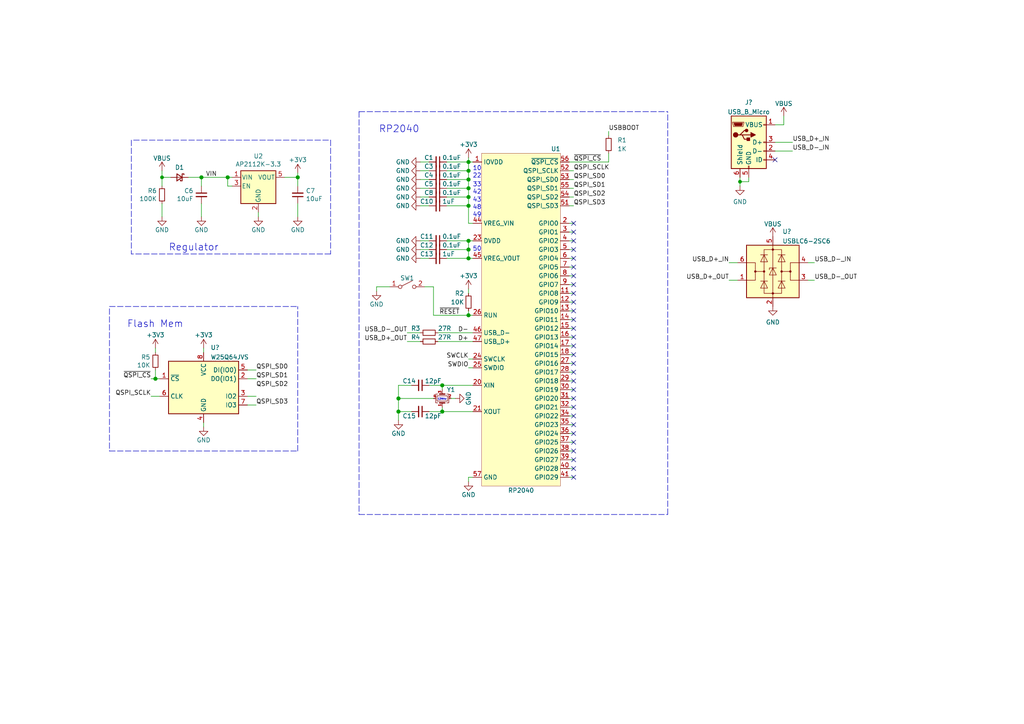
<source format=kicad_sch>
(kicad_sch (version 20211123) (generator eeschema)
  (paper "A4")
  (title_block (title "RP2040 Core Template") (rev "1.0"))
  (lib_symbols
    (symbol "Connector:USB_B_Micro" (pin_names (offset 1.016))
      (property "Reference" "J" (at -5.08 11.43 0))
      (property "Value" "USB_B_Micro" (at -5.08 8.89 0))
      (symbol "USB_B_Micro_0_1"
        (rectangle (start -5.08 -7.62) (end 5.08 7.62) (stroke (width 0.254)) (fill (type background)))
        (circle (center -3.81 2.159) (radius 0.635) (stroke (width 0.254)) (fill (type outline)))
        (circle (center -0.635 3.429) (radius 0.381) (stroke (width 0.254)) (fill (type outline)))
        (rectangle (start -0.127 -7.62) (end 0.127 -6.858))
        (polyline (pts (xy -1.905 2.159) (xy 0.635 2.159)) (stroke (width 0.254)))
        (polyline (pts (xy -3.175 2.159) (xy -2.54 2.159) (xy -1.27 3.429) (xy -0.635 3.429)) (stroke (width 0.254)))
        (polyline (pts (xy -2.54 2.159) (xy -1.905 2.159) (xy -1.27 0.889) (xy 0 0.889)) (stroke (width 0.254)))
        (polyline (pts (xy 0.635 2.794) (xy 0.635 1.524) (xy 1.905 2.159) (xy 0.635 2.794)) (stroke (width 0.254)) (fill (type outline)))
        (polyline (pts (xy -4.318 5.588) (xy -1.778 5.588) (xy -2.032 4.826) (xy -4.064 4.826) (xy -4.318 5.588)) (fill (type outline)))
        (polyline (pts (xy -4.699 5.842) (xy -4.699 5.588) (xy -4.445 4.826) (xy -4.445 4.572) (xy -1.651 4.572) (xy -1.651 4.826) (xy -1.397 5.588) (xy -1.397 5.842) (xy -4.699 5.842)))
        (rectangle (start 0.254 1.27) (end -0.508 0.508) (stroke (width 0.254)) (fill (type outline)))
        (rectangle (start 5.08 -5.207) (end 4.318 -4.953))
        (rectangle (start 5.08 -2.667) (end 4.318 -2.413))
        (rectangle (start 5.08 -0.127) (end 4.318 0.127))
        (rectangle (start 5.08 4.953) (end 4.318 5.207))
      )
      (symbol "USB_B_Micro_1_1"
        (pin power_out line (at 7.62 5.08 180) (length 2.54) (name "VBUS") (number "1"))
        (pin bidirectional line (at 7.62 -2.54 180) (length 2.54) (name "D-") (number "2"))
        (pin bidirectional line (at 7.62 0 180) (length 2.54) (name "D+") (number "3"))
        (pin passive line (at 7.62 -5.08 180) (length 2.54) (name "ID") (number "4"))
        (pin power_out line (at 0 -10.16 90) (length 2.54) (name "GND") (number "5"))
        (pin passive line (at -2.54 -10.16 90) (length 2.54) (name "Shield") (number "6"))
      )
    )
    (symbol "Device:C_Small" (pin_numbers hide) (pin_names (offset 0.254) hide)
      (property "Reference" "C" (at 0.254 1.778 0))
      (property "Value" "C_Small" (at 0.254 -2.032 0))
      (symbol "C_Small_0_1"
        (polyline (pts (xy -1.524 -0.508) (xy 1.524 -0.508)) (stroke (width 0.3302)))
        (polyline (pts (xy -1.524 0.508) (xy 1.524 0.508)) (stroke (width 0.3048)))
      )
      (symbol "C_Small_1_1"
        (pin passive line (at 0 2.54 270) (length 2.032) (name "~") (number "1"))
        (pin passive line (at 0 -2.54 90) (length 2.032) (name "~") (number "2"))
      )
    )
    (symbol "Device:Crystal_GND24_Small" (pin_names (offset 1.016) hide)
      (property "Reference" "Y" (at 1.27 4.445 0))
      (property "Value" "Crystal_GND24_Small" (at 1.27 2.54 0))
      (symbol "Crystal_GND24_Small_0_1"
        (rectangle (start -0.762 -1.524) (end 0.762 1.524))
        (polyline (pts (xy -1.27 -0.762) (xy -1.27 0.762)) (stroke (width 0.381)))
        (polyline (pts (xy 1.27 -0.762) (xy 1.27 0.762)) (stroke (width 0.381)))
        (polyline (pts (xy -1.27 -1.27) (xy -1.27 -1.905) (xy 1.27 -1.905) (xy 1.27 -1.27)))
        (polyline (pts (xy -1.27 1.27) (xy -1.27 1.905) (xy 1.27 1.905) (xy 1.27 1.27)))
      )
      (symbol "Crystal_GND24_Small_1_1"
        (pin passive line (at -2.54 0 0) (length 1.27) (name "1") (number "1"))
        (pin passive line (at 0 -2.54 90) (length 0.635) (name "2") (number "2"))
        (pin passive line (at 2.54 0 180) (length 1.27) (name "3") (number "3"))
        (pin passive line (at 0 2.54 270) (length 0.635) (name "4") (number "4"))
      )
    )
    (symbol "Device:D_Schottky_Small" (pin_numbers hide) (pin_names (offset 0.254) hide)
      (property "Reference" "D" (at -1.27 2.032 0))
      (property "Value" "D_Schottky_Small" (at -7.112 -2.032 0))
      (symbol "D_Schottky_Small_0_1"
        (polyline (pts (xy -0.762 0) (xy 0.762 0)))
        (polyline (pts (xy 0.762 -1.016) (xy -0.762 0) (xy 0.762 1.016) (xy 0.762 -1.016)) (stroke (width 0.254)))
        (polyline (pts (xy -1.27 0.762) (xy -1.27 1.016) (xy -0.762 1.016) (xy -0.762 -1.016) (xy -0.254 -1.016) (xy -0.254 -0.762)) (stroke (width 0.254)))
      )
      (symbol "D_Schottky_Small_1_1"
        (pin passive line (at -2.54 0 0) (length 1.778) (name "K") (number "1"))
        (pin passive line (at 2.54 0 180) (length 1.778) (name "A") (number "2"))
      )
    )
    (symbol "Device:R_Small" (pin_numbers hide) (pin_names (offset 0.254) hide)
      (property "Reference" "R" (at 0.762 0.508 0))
      (property "Value" "R_Small" (at 0.762 -1.016 0))
      (symbol "R_Small_0_1"
        (rectangle (start -0.762 1.778) (end 0.762 -1.778) (stroke (width 0.2032)))
      )
      (symbol "R_Small_1_1"
        (pin passive line (at 0 2.54 270) (length 0.762) (name "~") (number "1"))
        (pin passive line (at 0 -2.54 90) (length 0.762) (name "~") (number "2"))
      )
    )
    (symbol "MCU_RaspberryPi:RP2040"
      (property "Reference" "U" (at 11.43 1.27 0))
      (property "Value" "RP2040" (at 0 -97.79 0))
      (symbol "RP2040_0_0"
        (pin power_in line (at -13.97 -2.54 0) (length 2.54) (name "IOVDD") (number "1"))
        (pin passive line (at -13.97 -2.54 0) (length 2.54) hide (name "IOVDD") (number "10"))
        (pin bidirectional line (at 13.97 -40.64 180) (length 2.54) (name "GPIO8") (number "11"))
        (pin bidirectional line (at 13.97 -20.32 180) (length 2.54) (name "GPIO0") (number "2"))
        (pin bidirectional line (at 13.97 -22.86 180) (length 2.54) (name "GPIO1") (number "3"))
        (pin bidirectional line (at 13.97 -25.4 180) (length 2.54) (name "GPIO2") (number "4"))
        (pin bidirectional line (at 13.97 -27.94 180) (length 2.54) (name "GPIO3") (number "5"))
        (pin bidirectional line (at 13.97 -30.48 180) (length 2.54) (name "GPIO4") (number "6"))
        (pin bidirectional line (at 13.97 -33.02 180) (length 2.54) (name "GPIO5") (number "7"))
        (pin bidirectional line (at 13.97 -35.56 180) (length 2.54) (name "GPIO6") (number "8"))
        (pin bidirectional line (at 13.97 -38.1 180) (length 2.54) (name "GPIO7") (number "9"))
      )
      (symbol "RP2040_0_1"
        (rectangle (start -11.43 0) (end 11.43 -96.52) (stroke (width 0.001)) (fill (type background)))
      )
      (symbol "RP2040_1_1"
        (pin bidirectional line (at 13.97 -43.18 180) (length 2.54) (name "GPIO9") (number "12"))
        (pin bidirectional line (at 13.97 -45.72 180) (length 2.54) (name "GPIO10") (number "13"))
        (pin bidirectional line (at 13.97 -48.26 180) (length 2.54) (name "GPIO11") (number "14"))
        (pin bidirectional line (at 13.97 -50.8 180) (length 2.54) (name "GPIO12") (number "15"))
        (pin bidirectional line (at 13.97 -53.34 180) (length 2.54) (name "GPIO13") (number "16"))
        (pin bidirectional line (at 13.97 -55.88 180) (length 2.54) (name "GPIO14") (number "17"))
        (pin bidirectional line (at 13.97 -58.42 180) (length 2.54) (name "GPIO15") (number "18"))
        (pin passive line (at -13.97 -93.98 0) (length 2.54) hide (name "TESTEN") (number "19"))
        (pin input line (at -13.97 -67.31 0) (length 2.54) (name "XIN") (number "20"))
        (pin output line (at -13.97 -74.93 0) (length 2.54) (name "XOUT") (number "21"))
        (pin passive line (at -13.97 -2.54 0) (length 2.54) hide (name "IOVDD") (number "22"))
        (pin power_in line (at -13.97 -25.4 0) (length 2.54) (name "DVDD") (number "23"))
        (pin input line (at -13.97 -59.69 0) (length 2.54) (name "SWCLK") (number "24"))
        (pin bidirectional line (at -13.97 -62.23 0) (length 2.54) (name "SWDIO") (number "25"))
        (pin input line (at -13.97 -46.99 0) (length 2.54) (name "RUN") (number "26"))
        (pin bidirectional line (at 13.97 -60.96 180) (length 2.54) (name "GPIO16") (number "27"))
        (pin bidirectional line (at 13.97 -63.5 180) (length 2.54) (name "GPIO17") (number "28"))
        (pin bidirectional line (at 13.97 -66.04 180) (length 2.54) (name "GPIO18") (number "29"))
        (pin bidirectional line (at 13.97 -68.58 180) (length 2.54) (name "GPIO19") (number "30"))
        (pin bidirectional line (at 13.97 -71.12 180) (length 2.54) (name "GPIO20") (number "31"))
        (pin bidirectional line (at 13.97 -73.66 180) (length 2.54) (name "GPIO21") (number "32"))
        (pin passive line (at -13.97 -2.54 0) (length 2.54) hide (name "IOVDD") (number "33"))
        (pin bidirectional line (at 13.97 -76.2 180) (length 2.54) (name "GPIO22") (number "34"))
        (pin bidirectional line (at 13.97 -78.74 180) (length 2.54) (name "GPIO23") (number "35"))
        (pin bidirectional line (at 13.97 -81.28 180) (length 2.54) (name "GPIO24") (number "36"))
        (pin bidirectional line (at 13.97 -83.82 180) (length 2.54) (name "GPIO25") (number "37"))
        (pin bidirectional line (at 13.97 -86.36 180) (length 2.54) (name "GPIO26") (number "38"))
        (pin bidirectional line (at 13.97 -88.9 180) (length 2.54) (name "GPIO27") (number "39"))
        (pin bidirectional line (at 13.97 -91.44 180) (length 2.54) (name "GPIO28") (number "40"))
        (pin bidirectional line (at 13.97 -93.98 180) (length 2.54) (name "GPIO29") (number "41"))
        (pin passive line (at -13.97 -2.54 0) (length 2.54) hide (name "IOVDD") (number "42"))
        (pin passive line (at -13.97 -2.54 0) (length 2.54) hide (name "ADC_AVDD") (number "43"))
        (pin power_in line (at -13.97 -20.32 0) (length 2.54) (name "VREG_VIN") (number "44"))
        (pin power_out line (at -13.97 -30.48 0) (length 2.54) (name "VREG_VOUT") (number "45"))
        (pin bidirectional line (at -13.97 -52.07 0) (length 2.54) (name "USB_D-") (number "46"))
        (pin bidirectional line (at -13.97 -54.61 0) (length 2.54) (name "USB_D+") (number "47"))
        (pin passive line (at -13.97 -2.54 0) (length 2.54) hide (name "USB_VDD") (number "48"))
        (pin passive line (at -13.97 -2.54 0) (length 2.54) hide (name "IOVDD") (number "49"))
        (pin passive line (at -13.97 -25.4 0) (length 2.54) hide (name "DVDD") (number "50"))
        (pin bidirectional line (at 13.97 -15.24 180) (length 2.54) (name "QSPI_SD3") (number "51"))
        (pin output line (at 13.97 -5.08 180) (length 2.54) (name "QSPI_SCLK") (number "52"))
        (pin bidirectional line (at 13.97 -7.62 180) (length 2.54) (name "QSPI_SD0") (number "53"))
        (pin bidirectional line (at 13.97 -12.7 180) (length 2.54) (name "QSPI_SD2") (number "54"))
        (pin bidirectional line (at 13.97 -10.16 180) (length 2.54) (name "QSPI_SD1") (number "55"))
        (pin input line (at 13.97 -2.54 180) (length 2.54) (name "~{QSPI_CS}") (number "56"))
        (pin power_in line (at -13.97 -93.98 0) (length 2.54) (name "GND") (number "57"))
      )
    )
    (symbol "Memory_Flash:W25Q128JVS"
      (property "Reference" "U" (at -8.89 8.89 0))
      (property "Value" "W25Q128JVS" (at 7.62 8.89 0))
      (symbol "W25Q128JVS_0_1"
        (rectangle (start -10.16 7.62) (end 10.16 -7.62) (stroke (width 0.254)) (fill (type background)))
      )
      (symbol "W25Q128JVS_1_1"
        (pin input line (at -12.7 2.54 0) (length 2.54) (name "~{CS}") (number "1"))
        (pin bidirectional line (at 12.7 2.54 180) (length 2.54) (name "DO(IO1)") (number "2"))
        (pin bidirectional line (at 12.7 -2.54 180) (length 2.54) (name "IO2") (number "3"))
        (pin power_in line (at 0 -10.16 90) (length 2.54) (name "GND") (number "4"))
        (pin bidirectional line (at 12.7 5.08 180) (length 2.54) (name "DI(IO0)") (number "5"))
        (pin input line (at -12.7 -2.54 0) (length 2.54) (name "CLK") (number "6"))
        (pin bidirectional line (at 12.7 -5.08 180) (length 2.54) (name "IO3") (number "7"))
        (pin power_in line (at 0 10.16 270) (length 2.54) (name "VCC") (number "8"))
      )
    )
    (symbol "Power_Protection:USBLC6-2SC6" (pin_names hide)
      (property "Reference" "U" (at 2.54 8.89 0))
      (property "Value" "USBLC6-2SC6" (at 2.54 -8.89 0))
      (symbol "USBLC6-2SC6_0_1"
        (rectangle (start -7.62 -7.62) (end 7.62 7.62) (stroke (width 0.254)) (fill (type background)))
        (circle (center -5.08 0) (radius 0.254) (fill (type outline)))
        (circle (center -2.54 0) (radius 0.254) (fill (type outline)))
        (rectangle (start -2.54 6.35) (end 2.54 -6.35))
        (circle (center 0 -6.35) (radius 0.254) (fill (type outline)))
        (polyline (pts (xy -5.08 -2.54) (xy -7.62 -2.54)))
        (polyline (pts (xy -5.08 0) (xy -5.08 -2.54)))
        (polyline (pts (xy -5.08 2.54) (xy -7.62 2.54)))
        (polyline (pts (xy -1.524 -2.794) (xy -3.556 -2.794)))
        (polyline (pts (xy -1.524 4.826) (xy -3.556 4.826)))
        (polyline (pts (xy 0 -7.62) (xy 0 -6.35)))
        (polyline (pts (xy 0 -6.35) (xy 0 1.27)))
        (polyline (pts (xy 0 1.27) (xy 0 6.35)))
        (polyline (pts (xy 0 6.35) (xy 0 7.62)))
        (polyline (pts (xy 1.524 -2.794) (xy 3.556 -2.794)))
        (polyline (pts (xy 1.524 4.826) (xy 3.556 4.826)))
        (polyline (pts (xy 5.08 -2.54) (xy 7.62 -2.54)))
        (polyline (pts (xy 5.08 0) (xy 5.08 -2.54)))
        (polyline (pts (xy 5.08 2.54) (xy 7.62 2.54)))
        (polyline (pts (xy -2.54 0) (xy -5.08 0) (xy -5.08 2.54)))
        (polyline (pts (xy 2.54 0) (xy 5.08 0) (xy 5.08 2.54)))
        (polyline (pts (xy -3.556 -4.826) (xy -1.524 -4.826) (xy -2.54 -2.794) (xy -3.556 -4.826)))
        (polyline (pts (xy -3.556 2.794) (xy -1.524 2.794) (xy -2.54 4.826) (xy -3.556 2.794)))
        (polyline (pts (xy -1.016 -1.016) (xy 1.016 -1.016) (xy 0 1.016) (xy -1.016 -1.016)))
        (polyline (pts (xy 1.016 1.016) (xy 0.762 1.016) (xy -1.016 1.016) (xy -1.016 0.508)))
        (polyline (pts (xy 3.556 -4.826) (xy 1.524 -4.826) (xy 2.54 -2.794) (xy 3.556 -4.826)))
        (polyline (pts (xy 3.556 2.794) (xy 1.524 2.794) (xy 2.54 4.826) (xy 3.556 2.794)))
        (circle (center 0 6.35) (radius 0.254) (fill (type outline)))
        (circle (center 2.54 0) (radius 0.254) (fill (type outline)))
        (circle (center 5.08 0) (radius 0.254) (fill (type outline)))
      )
      (symbol "USBLC6-2SC6_1_1"
        (pin passive line (at -10.16 -2.54 0) (length 2.54) (name "I/O1") (number "1"))
        (pin passive line (at 0 -10.16 90) (length 2.54) (name "GND") (number "2"))
        (pin passive line (at 10.16 -2.54 180) (length 2.54) (name "I/O2") (number "3"))
        (pin passive line (at 10.16 2.54 180) (length 2.54) (name "I/O2") (number "4"))
        (pin passive line (at 0 10.16 270) (length 2.54) (name "VBUS") (number "5"))
        (pin passive line (at -10.16 2.54 0) (length 2.54) (name "I/O1") (number "6"))
      )
    )
    (symbol "Regulator_Linear:AP2112K-3.3" (pin_names (offset 0.254))
      (property "Reference" "U" (at -5.08 5.715 0))
      (property "Value" "AP2112K-3.3" (at 0 5.715 0))
      (symbol "AP2112K-3.3_0_1"
        (rectangle (start -5.08 4.445) (end 5.08 -5.08) (stroke (width 0.254)) (fill (type background)))
      )
      (symbol "AP2112K-3.3_1_1"
        (pin power_in line (at -7.62 2.54 0) (length 2.54) (name "VIN") (number "1"))
        (pin power_in line (at 0 -7.62 90) (length 2.54) (name "GND") (number "2"))
        (pin input line (at -7.62 0 0) (length 2.54) (name "EN") (number "3"))
        (pin no_connect line (at 5.08 0 180) (length 2.54) hide (name "NC") (number "4"))
        (pin power_out line (at 7.62 2.54 180) (length 2.54) (name "VOUT") (number "5"))
      )
    )
    (symbol "Switch:SW_SPST" (pin_names (offset 0) hide)
      (property "Reference" "SW" (at 0 3.175 0))
      (property "Value" "SW_SPST" (at 0 -2.54 0))
      (symbol "SW_SPST_0_0"
        (circle (center -2.032 0) (radius 0.508))
        (polyline (pts (xy -1.524 0.254) (xy 1.524 1.778)))
        (circle (center 2.032 0) (radius 0.508))
      )
      (symbol "SW_SPST_1_1"
        (pin passive line (at -5.08 0 0) (length 2.54) (name "A") (number "1"))
        (pin passive line (at 5.08 0 180) (length 2.54) (name "B") (number "2"))
      )
    )
    (symbol "power:+3.3V" (power) (pin_names (offset 0))
      (property "Value" "+3.3V" (at 0 3.556 0))
      (symbol "+3.3V_0_1"
        (polyline (pts (xy -0.762 1.27) (xy 0 2.54)))
        (polyline (pts (xy 0 0) (xy 0 2.54)))
        (polyline (pts (xy 0 2.54) (xy 0.762 1.27)))
      )
      (symbol "+3.3V_1_1"
        (pin power_in line (at 0 0 90) (length 0) hide (name "+3V3") (number "1"))
      )
    )
    (symbol "power:+3V3" (power) (pin_names (offset 0))
      (property "Value" "+3V3" (at 0 3.556 0))
      (symbol "+3V3_0_1"
        (polyline (pts (xy -0.762 1.27) (xy 0 2.54)))
        (polyline (pts (xy 0 0) (xy 0 2.54)))
        (polyline (pts (xy 0 2.54) (xy 0.762 1.27)))
      )
      (symbol "+3V3_1_1"
        (pin power_in line (at 0 0 90) (length 0) hide (name "+3V3") (number "1"))
      )
    )
    (symbol "power:GND" (power) (pin_names (offset 0))
      (property "Value" "GND" (at 0 -3.81 0))
      (symbol "GND_0_1"
        (polyline (pts (xy 0 0) (xy 0 -1.27) (xy 1.27 -1.27) (xy 0 -2.54) (xy -1.27 -1.27) (xy 0 -1.27)))
      )
      (symbol "GND_1_1"
        (pin power_in line (at 0 0 270) (length 0) hide (name "GND") (number "1"))
      )
    )
    (symbol "power:VBUS" (power) (pin_names (offset 0))
      (property "Value" "VBUS" (at 0 3.81 0))
      (symbol "VBUS_0_1"
        (polyline (pts (xy -0.762 1.27) (xy 0 2.54)))
        (polyline (pts (xy 0 0) (xy 0 2.54)))
        (polyline (pts (xy 0 2.54) (xy 0.762 1.27)))
      )
      (symbol "VBUS_1_1"
        (pin power_in line (at 0 0 90) (length 0) hide (name "VBUS") (number "1"))
      )
    )
  )
  (junction (at 115.57 115.57) (diameter 1.016))
  (junction (at 135.89 49.53) (diameter 1.016))
  (junction (at 128.27 111.76) (diameter 1.016))
  (junction (at 135.89 57.15) (diameter 1.016))
  (junction (at 135.89 54.61) (diameter 1.016))
  (junction (at 214.63 52.705))
  (junction (at 45.085 109.855) (diameter 1.016))
  (junction (at 135.89 52.07) (diameter 1.016))
  (junction (at 135.89 74.93) (diameter 1.016))
  (junction (at 66.04 51.435) (diameter 1.016))
  (junction (at 135.89 91.44) (diameter 1.016))
  (junction (at 135.89 69.85) (diameter 1.016))
  (junction (at 115.57 119.38) (diameter 1.016))
  (junction (at 135.89 72.39) (diameter 1.016))
  (junction (at 58.42 51.435) (diameter 1.016))
  (junction (at 46.99 51.435))
  (junction (at 86.36 51.435) (diameter 1.016))
  (junction (at 128.27 119.38) (diameter 1.016))
  (junction (at 135.89 46.99) (diameter 1.016))
  (junction (at 135.89 59.69) (diameter 1.016))
  (no_connect (at 166.37 135.89))
  (no_connect (at 166.37 133.35))
  (no_connect (at 166.37 130.81))
  (no_connect (at 166.37 123.19))
  (no_connect (at 166.37 120.65))
  (no_connect (at 166.37 118.11))
  (no_connect (at 166.37 138.43))
  (no_connect (at 166.37 128.27))
  (no_connect (at 166.37 125.73))
  (no_connect (at 166.37 115.57))
  (no_connect (at 166.37 113.03))
  (no_connect (at 166.37 110.49))
  (no_connect (at 166.37 107.95))
  (no_connect (at 166.37 105.41))
  (no_connect (at 166.37 102.87))
  (no_connect (at 166.37 100.33))
  (no_connect (at 166.37 97.79))
  (no_connect (at 166.37 95.25))
  (no_connect (at 166.37 92.71))
  (no_connect (at 166.37 90.17))
  (no_connect (at 166.37 87.63))
  (no_connect (at 166.37 85.09))
  (no_connect (at 166.37 82.55))
  (no_connect (at 166.37 80.01))
  (no_connect (at 166.37 77.47))
  (no_connect (at 166.37 74.93))
  (no_connect (at 166.37 72.39))
  (no_connect (at 166.37 69.85))
  (no_connect (at 166.37 67.31))
  (no_connect (at 166.37 64.77))
  (no_connect (at 224.79 46.355))
  (wire (pts (xy 128.27 111.76) (xy 137.16 111.76)))
  (wire (pts (xy 58.42 51.435) (xy 58.42 53.975)))
  (wire (pts (xy 165.1 105.41) (xy 166.37 105.41)))
  (wire (pts (xy 129.54 54.61) (xy 135.89 54.61)))
  (wire (pts (xy 121.92 57.15) (xy 124.46 57.15)))
  (wire (pts (xy 74.93 61.595) (xy 74.93 62.865)))
  (wire (pts (xy 58.42 51.435) (xy 54.61 51.435)))
  (wire (pts (xy 124.46 119.38) (xy 128.27 119.38)))
  (wire (pts (xy 137.16 64.77) (xy 135.89 64.77)))
  (wire (pts (xy 129.54 57.15) (xy 135.89 57.15)))
  (wire (pts (xy 165.1 85.09) (xy 166.37 85.09)))
  (wire (pts (xy 66.04 53.975) (xy 66.04 51.435)))
  (wire (pts (xy 165.1 72.39) (xy 166.37 72.39)))
  (wire (pts (xy 166.37 102.87) (xy 165.1 102.87)))
  (wire (pts (xy 165.1 92.71) (xy 166.37 92.71)))
  (wire (pts (xy 165.1 64.77) (xy 166.37 64.77)))
  (wire (pts (xy 135.89 54.61) (xy 135.89 57.15)))
  (wire (pts (xy 234.315 81.28) (xy 236.22 81.28)))
  (wire (pts (xy 129.54 52.07) (xy 135.89 52.07)))
  (polyline (pts (xy 104.14 32.385) (xy 104.14 149.225)))
  (wire (pts (xy 128.27 119.38) (xy 137.16 119.38)))
  (wire (pts (xy 125.73 83.185) (xy 125.73 91.44)))
  (wire (pts (xy 176.53 46.99) (xy 176.53 44.45)))
  (wire (pts (xy 121.92 46.99) (xy 124.46 46.99)))
  (wire (pts (xy 135.89 138.43) (xy 135.89 139.7)))
  (wire (pts (xy 166.37 52.07) (xy 165.1 52.07)))
  (wire (pts (xy 115.57 115.57) (xy 115.57 119.38)))
  (wire (pts (xy 227.33 33.655) (xy 227.33 36.195)))
  (wire (pts (xy 135.89 69.85) (xy 137.16 69.85)))
  (wire (pts (xy 71.755 114.935) (xy 74.295 114.935)))
  (wire (pts (xy 165.1 118.11) (xy 166.37 118.11)))
  (wire (pts (xy 234.315 76.2) (xy 236.22 76.2)))
  (wire (pts (xy 224.79 43.815) (xy 229.87 43.815)))
  (wire (pts (xy 58.42 59.055) (xy 58.42 62.865)))
  (wire (pts (xy 165.1 107.95) (xy 166.37 107.95)))
  (wire (pts (xy 118.11 96.52) (xy 121.92 96.52)))
  (wire (pts (xy 121.92 72.39) (xy 124.46 72.39)))
  (wire (pts (xy 165.1 90.17) (xy 166.37 90.17)))
  (polyline (pts (xy 95.885 73.66) (xy 38.1 73.66)))
  (wire (pts (xy 165.1 133.35) (xy 166.37 133.35)))
  (polyline (pts (xy 95.885 40.64) (xy 95.885 73.66)))
  (wire (pts (xy 129.54 46.99) (xy 135.89 46.99)))
  (wire (pts (xy 165.1 74.93) (xy 166.37 74.93)))
  (wire (pts (xy 121.92 69.85) (xy 124.46 69.85)))
  (wire (pts (xy 86.36 51.435) (xy 86.36 53.975)))
  (wire (pts (xy 118.11 99.06) (xy 121.92 99.06)))
  (wire (pts (xy 135.89 104.14) (xy 137.16 104.14)))
  (wire (pts (xy 165.1 82.55) (xy 166.37 82.55)))
  (wire (pts (xy 86.36 59.055) (xy 86.36 62.865)))
  (polyline (pts (xy 193.675 149.225) (xy 193.675 32.385)))
  (wire (pts (xy 227.33 36.195) (xy 224.79 36.195)))
  (wire (pts (xy 115.57 111.76) (xy 115.57 115.57)))
  (wire (pts (xy 46.355 109.855) (xy 45.085 109.855)))
  (wire (pts (xy 71.755 117.475) (xy 74.295 117.475)))
  (wire (pts (xy 115.57 119.38) (xy 119.38 119.38)))
  (wire (pts (xy 165.1 138.43) (xy 166.37 138.43)))
  (wire (pts (xy 121.92 52.07) (xy 124.46 52.07)))
  (wire (pts (xy 58.42 51.435) (xy 66.04 51.435)))
  (wire (pts (xy 165.1 67.31) (xy 166.37 67.31)))
  (wire (pts (xy 129.54 49.53) (xy 135.89 49.53)))
  (wire (pts (xy 125.73 115.57) (xy 115.57 115.57)))
  (wire (pts (xy 127 99.06) (xy 137.16 99.06)))
  (wire (pts (xy 166.37 57.15) (xy 165.1 57.15)))
  (wire (pts (xy 46.355 114.935) (xy 43.815 114.935)))
  (polyline (pts (xy 104.14 149.225) (xy 193.675 149.225)))
  (wire (pts (xy 67.31 51.435) (xy 66.04 51.435)))
  (wire (pts (xy 46.99 51.435) (xy 49.53 51.435)))
  (wire (pts (xy 165.1 97.79) (xy 166.37 97.79)))
  (wire (pts (xy 135.89 46.99) (xy 137.16 46.99)))
  (wire (pts (xy 43.815 109.855) (xy 45.085 109.855)))
  (wire (pts (xy 129.54 72.39) (xy 135.89 72.39)))
  (wire (pts (xy 135.89 74.93) (xy 137.16 74.93)))
  (wire (pts (xy 127 96.52) (xy 137.16 96.52)))
  (wire (pts (xy 137.16 138.43) (xy 135.89 138.43)))
  (wire (pts (xy 165.1 77.47) (xy 166.37 77.47)))
  (wire (pts (xy 129.54 59.69) (xy 135.89 59.69)))
  (wire (pts (xy 135.89 106.68) (xy 137.16 106.68)))
  (wire (pts (xy 125.73 91.44) (xy 135.89 91.44)))
  (polyline (pts (xy 31.75 89.535) (xy 31.75 130.81)))
  (wire (pts (xy 129.54 74.93) (xy 135.89 74.93)))
  (wire (pts (xy 121.92 49.53) (xy 124.46 49.53)))
  (wire (pts (xy 214.63 52.705) (xy 217.17 52.705)))
  (wire (pts (xy 45.085 109.855) (xy 45.085 107.315)))
  (wire (pts (xy 165.1 80.01) (xy 166.37 80.01)))
  (wire (pts (xy 86.36 50.165) (xy 86.36 51.435)))
  (wire (pts (xy 135.89 91.44) (xy 135.89 90.17)))
  (wire (pts (xy 135.89 46.99) (xy 135.89 49.53)))
  (wire (pts (xy 135.89 49.53) (xy 135.89 52.07)))
  (wire (pts (xy 214.63 52.705) (xy 214.63 53.975)))
  (wire (pts (xy 115.57 111.76) (xy 119.38 111.76)))
  (wire (pts (xy 165.1 120.65) (xy 166.37 120.65)))
  (wire (pts (xy 67.31 53.975) (xy 66.04 53.975)))
  (wire (pts (xy 46.99 49.53) (xy 46.99 51.435)))
  (wire (pts (xy 82.55 51.435) (xy 86.36 51.435)))
  (wire (pts (xy 165.1 100.33) (xy 166.37 100.33)))
  (wire (pts (xy 71.755 107.315) (xy 74.295 107.315)))
  (wire (pts (xy 214.63 51.435) (xy 214.63 52.705)))
  (wire (pts (xy 121.92 59.69) (xy 124.46 59.69)))
  (wire (pts (xy 115.57 119.38) (xy 115.57 121.92)))
  (wire (pts (xy 121.92 54.61) (xy 124.46 54.61)))
  (wire (pts (xy 135.89 74.93) (xy 135.89 72.39)))
  (wire (pts (xy 166.37 59.69) (xy 165.1 59.69)))
  (wire (pts (xy 165.1 46.99) (xy 176.53 46.99)))
  (polyline (pts (xy 38.1 40.64) (xy 38.1 73.66)))
  (wire (pts (xy 211.455 81.28) (xy 213.995 81.28)))
  (wire (pts (xy 135.89 91.44) (xy 137.16 91.44)))
  (polyline (pts (xy 104.14 32.385) (xy 193.675 32.385)))
  (wire (pts (xy 135.89 83.82) (xy 135.89 85.09)))
  (wire (pts (xy 135.89 72.39) (xy 135.89 69.85)))
  (wire (pts (xy 46.99 59.055) (xy 46.99 62.865)))
  (wire (pts (xy 71.755 109.855) (xy 74.295 109.855)))
  (wire (pts (xy 123.19 83.185) (xy 125.73 83.185)))
  (wire (pts (xy 59.055 122.555) (xy 59.055 123.825)))
  (wire (pts (xy 46.99 51.435) (xy 46.99 53.975)))
  (wire (pts (xy 129.54 69.85) (xy 135.89 69.85)))
  (wire (pts (xy 165.1 115.57) (xy 166.37 115.57)))
  (wire (pts (xy 176.53 38.1) (xy 176.53 39.37)))
  (wire (pts (xy 45.085 100.965) (xy 45.085 102.235)))
  (wire (pts (xy 59.055 102.235) (xy 59.055 100.965)))
  (wire (pts (xy 128.27 111.76) (xy 128.27 113.03)))
  (wire (pts (xy 109.22 83.185) (xy 109.22 84.455)))
  (wire (pts (xy 165.1 130.81) (xy 166.37 130.81)))
  (wire (pts (xy 224.79 41.275) (xy 229.87 41.275)))
  (wire (pts (xy 165.1 87.63) (xy 166.37 87.63)))
  (wire (pts (xy 135.89 45.72) (xy 135.89 46.99)))
  (wire (pts (xy 165.1 125.73) (xy 166.37 125.73)))
  (wire (pts (xy 165.1 135.89) (xy 166.37 135.89)))
  (wire (pts (xy 165.1 69.85) (xy 166.37 69.85)))
  (wire (pts (xy 165.1 110.49) (xy 166.37 110.49)))
  (wire (pts (xy 135.89 57.15) (xy 135.89 59.69)))
  (wire (pts (xy 135.89 59.69) (xy 135.89 64.77)))
  (wire (pts (xy 124.46 111.76) (xy 128.27 111.76)))
  (wire (pts (xy 130.81 115.57) (xy 132.08 115.57)))
  (wire (pts (xy 165.1 113.03) (xy 166.37 113.03)))
  (wire (pts (xy 135.89 52.07) (xy 135.89 54.61)))
  (wire (pts (xy 128.27 118.11) (xy 128.27 119.38)))
  (wire (pts (xy 165.1 128.27) (xy 166.37 128.27)))
  (polyline (pts (xy 31.75 130.81) (xy 86.36 130.81)))
  (polyline (pts (xy 31.75 88.9) (xy 86.36 88.9)))
  (wire (pts (xy 166.37 49.53) (xy 165.1 49.53)))
  (polyline (pts (xy 38.735 40.64) (xy 95.885 40.64)))
  (wire (pts (xy 217.17 52.705) (xy 217.17 51.435)))
  (wire (pts (xy 166.37 54.61) (xy 165.1 54.61)))
  (wire (pts (xy 211.455 76.2) (xy 213.995 76.2)))
  (wire (pts (xy 109.22 83.185) (xy 113.03 83.185)))
  (wire (pts (xy 165.1 123.19) (xy 166.37 123.19)))
  (wire (pts (xy 165.1 95.25) (xy 166.37 95.25)))
  (wire (pts (xy 121.92 74.93) (xy 124.46 74.93)))
  (polyline (pts (xy 86.36 130.81) (xy 86.36 88.9)))
  (text "Regulator" (at 48.895 73.025 0) (effects (font (size 2 2)) (justify left bottom)))
  (text "49" (at 139.7 63.119 180) (effects (font (size 1.27 1.27)) (justify right bottom)))
  (text "33" (at 139.7 54.356 180) (effects (font (size 1.27 1.27)) (justify right bottom)))
  (text "RP2040" (at 109.855 38.735 0) (effects (font (size 2 2)) (justify left bottom)))
  (text "10" (at 139.7 49.657 180) (effects (font (size 1.27 1.27)) (justify right bottom)))
  (text "43" (at 139.7 58.801 180) (effects (font (size 1.27 1.27)) (justify right bottom)))
  (text "12MHz" (at 129.54 116.205 180) (effects (font (size 0.508 0.508)) (justify right bottom)))
  (text "48" (at 139.7 60.96 180) (effects (font (size 1.27 1.27)) (justify right bottom)))
  (text "22" (at 139.7 51.816 180) (effects (font (size 1.27 1.27)) (justify right bottom)))
  (text "50" (at 139.7 73.025 180) (effects (font (size 1.27 1.27)) (justify right bottom)))
  (text "Flash Mem" (at 36.83 95.25 0) (effects (font (size 2 2)) (justify left bottom)))
  (text "42" (at 139.7 56.515 180) (effects (font (size 1.27 1.27)) (justify right bottom)))
  (label "QSPI_SCLK" (at 166.37 49.53 0))
  (label "USB_D+_IN" (at 211.455 76.2 180))
  (label "USB_D+_OUT" (at 211.455 81.28 180))
  (label "USB_D+_IN" (at 229.87 41.275 0))
  (label "QSPI_SD0" (at 166.37 52.07 0))
  (label "D-" (at 135.89 96.52 180))
  (label "QSPI_SD3" (at 74.295 117.475 0))
  (label "QSPI_SD2" (at 166.37 57.15 0))
  (label "QSPI_SD0" (at 74.295 107.315 0))
  (label "USB_D-_IN" (at 229.87 43.815 0))
  (label "USB_D+_OUT" (at 118.11 99.06 180))
  (label "~{QSPI_CS}" (at 166.37 46.99 0))
  (label "QSPI_SD3" (at 166.37 59.69 0))
  (label "USB_D-_IN" (at 236.22 76.2 0))
  (label "SWDIO" (at 135.89 106.68 180))
  (label "USBBOOT" (at 176.53 38.1 0))
  (label "USB_D-_OUT" (at 236.22 81.28 0))
  (label "VIN" (at 59.69 51.435 0))
  (label "~{QSPI_CS}" (at 43.815 109.855 180))
  (label "USB_D-_OUT" (at 118.11 96.52 180))
  (label "D+" (at 135.89 99.06 180))
  (label "SWCLK" (at 135.89 104.14 180))
  (label "~{RESET}" (at 133.35 91.44 180))
  (label "QSPI_SD2" (at 74.295 112.395 0))
  (label "QSPI_SD1" (at 166.37 54.61 0))
  (label "QSPI_SCLK" (at 43.815 114.935 180))
  (label "QSPI_SD1" (at 74.295 109.855 0))
  (symbol (lib_id "power:GND") (at 132.08 115.57 90) (unit 1)
    (property "Reference" "#PWR0103" (effects hide))
    (property "Value" "GND" (at 135.89 115.57 0))
  )
  (symbol (lib_id "power:GND") (at 214.63 53.975 0) (unit 1)
    (property "Reference" "#PWR?" (effects hide))
    (property "Value" "GND" (at 214.63 58.5375 0))
  )
  (symbol (lib_id "power:GND") (at 121.92 72.39 270) (unit 1)
    (property "Reference" "#PWR0111" (effects hide))
    (property "Value" "GND" (at 116.84 72.39 90))
  )
  (symbol (lib_id "Device:C_Small") (at 127 46.99 270) (unit 1)
    (property "Reference" "C1" (at 125.73 45.72 90) (effects (justify right)))
    (property "Value" "0.1uF" (at 128.27 45.72 90) (effects (justify left)))
    (property "Footprint" "Capacitor_SMD:C_0603_1608Metric" (effects hide))
  )
  (symbol (lib_id "Device:C_Small") (at 121.92 111.76 270) (unit 1)
    (property "Reference" "C14" (at 120.65 110.49 90) (effects (justify right)))
    (property "Value" "12pF" (at 123.19 110.49 90) (effects (justify left)))
    (property "Footprint" "Capacitor_SMD:C_0603_1608Metric" (effects hide))
  )
  (symbol (lib_id "Device:C_Small") (at 58.42 56.515 0) (unit 1)
    (property "Reference" "C6" (at 56.1086 55.3466 0) (effects (justify right)))
    (property "Value" "10uF" (at 56.1086 57.658 0) (effects (justify right)))
    (property "Footprint" "Capacitor_SMD:C_0603_1608Metric" (effects hide))
  )
  (symbol (lib_id "Device:D_Schottky_Small") (at 52.07 51.435 0) (mirror y) (unit 1)
    (property "Reference" "D1" (at 52.07 48.5648 0))
    (property "Value" "D_Schottky_Small" (effects hide))
    (property "Footprint" "Diode_SMD:D_SOD-323" (effects hide))
    (property "LCSC" "C114023" (effects hide))
  )
  (symbol (lib_id "power:VBUS") (at 227.33 33.655 0) (unit 1)
    (property "Reference" "#PWR?" (effects hide))
    (property "Value" "VBUS" (at 227.33 30.0505 0))
  )
  (symbol (lib_id "Device:R_Small") (at 124.46 96.52 270) (unit 1)
    (property "Reference" "R3" (at 121.92 95.25 90) (effects (justify right)))
    (property "Value" "27R" (at 127 95.25 90) (effects (justify left)))
    (property "Footprint" "Resistor_SMD:R_0603_1608Metric" (effects hide))
  )
  (symbol (lib_id "power:+3.3V") (at 86.36 50.165 0) (unit 1)
    (property "Reference" "#PWR0123" (effects hide))
    (property "Value" "+3.3V" (at 86.36 46.355 0))
  )
  (symbol (lib_id "power:GND") (at 59.055 123.825 0) (mirror y) (unit 1)
    (property "Reference" "#PWR0121" (effects hide))
    (property "Value" "GND" (at 59.055 127.635 0))
  )
  (symbol (lib_id "power:+3.3V") (at 135.89 45.72 0) (unit 1)
    (property "Reference" "#PWR0102" (effects hide))
    (property "Value" "+3.3V" (at 135.89 41.91 0))
  )
  (symbol (lib_id "Device:C_Small") (at 127 49.53 270) (unit 1)
    (property "Reference" "C3" (at 125.73 48.26 90) (effects (justify right)))
    (property "Value" "0.1uF" (at 128.27 48.26 90) (effects (justify left)))
    (property "Footprint" "Capacitor_SMD:C_0603_1608Metric" (effects hide))
  )
  (symbol (lib_id "power:GND") (at 121.92 69.85 270) (unit 1)
    (property "Reference" "#PWR0110" (effects hide))
    (property "Value" "GND" (at 116.84 69.85 90))
  )
  (symbol (lib_id "Device:R_Small") (at 45.085 104.775 0) (mirror x) (unit 1)
    (property "Reference" "R5" (at 43.6118 103.6066 0) (effects (justify right)))
    (property "Value" "10K" (at 43.6118 105.918 0) (effects (justify right)))
    (property "Footprint" "Resistor_SMD:R_0603_1608Metric" (effects hide))
  )
  (symbol (lib_id "Device:C_Small") (at 127 57.15 270) (unit 1)
    (property "Reference" "C8" (at 125.73 55.88 90) (effects (justify right)))
    (property "Value" "0.1uF" (at 128.27 55.88 90) (effects (justify left)))
    (property "Footprint" "Capacitor_SMD:C_0603_1608Metric" (effects hide))
  )
  (symbol (lib_id "power:GND") (at 121.92 46.99 270) (unit 1)
    (property "Reference" "#PWR0112" (effects hide))
    (property "Value" "GND" (at 116.84 46.99 90))
  )
  (symbol (lib_id "power:GND") (at 109.22 84.455 0) (mirror y) (unit 1)
    (property "Reference" "#PWR0113" (effects hide))
    (property "Value" "GND" (at 109.22 88.265 0))
  )
  (symbol (lib_id "Power_Protection:USBLC6-2SC6") (at 224.155 78.74 0) (unit 1)
    (property "Reference" "U?" (at 226.9237 67.1535 0) (effects (justify left)))
    (property "Value" "USBLC6-2SC6" (at 226.9237 69.9286 0) (effects (justify left)))
    (property "Footprint" "Package_TO_SOT_SMD:SOT-23-6" (effects hide))
    (property "Datasheet" "https://www.st.com/resource/en/datasheet/usblc6-2.pdf" (effects hide))
  )
  (symbol (lib_id "power:GND") (at 121.92 57.15 270) (unit 1)
    (property "Reference" "#PWR0117" (effects hide))
    (property "Value" "GND" (at 116.84 57.15 90))
  )
  (symbol (lib_id "power:GND") (at 74.93 62.865 0) (unit 1)
    (property "Reference" "#PWR0125" (effects hide))
    (property "Value" "GND" (at 74.93 66.675 0))
  )
  (symbol (lib_id "Memory_Flash:W25Q128JVS") (at 59.055 112.395 0) (unit 1)
    (property "Reference" "U?" (at 61.0744 100.8085 0) (effects (justify left)))
    (property "Value" "W25Q64JVS" (at 61.0744 103.5836 0) (effects (justify left)))
    (property "Footprint" "Package_SO:SOIC-8_5.23x5.23mm_P1.27mm" (effects hide))
    (property "Datasheet" "http://www.winbond.com/resource-files/w25q128jv_dtr%20revc%2003272018%20plus.pdf" (effects hide))
  )
  (symbol (lib_id "MCU_RaspberryPi:RP2040") (at 151.13 44.45 0) (unit 1)
    (property "Reference" "U1" (at 162.56 43.18 0) (effects (justify right)))
    (property "Value" "RP2040" (at 151.13 142.24 0))
    (property "Footprint" "Package_DFN_QFN_Extra:QFN-56_EP_7x7_Pitch0.4mm" (effects hide))
    (property "Datasheet" "https://datasheets.raspberrypi.org/rp2040/rp2040_datasheet.pdf" (effects hide))
  )
  (symbol (lib_id "Device:R_Small") (at 176.53 41.91 0) (unit 1)
    (property "Reference" "R1" (at 179.07 40.64 0) (effects (justify left)))
    (property "Value" "1K" (at 179.07 43.18 0) (effects (justify left)))
    (property "Footprint" "Resistor_SMD:R_0603_1608Metric" (effects hide))
  )
  (symbol (lib_id "Device:C_Small") (at 127 59.69 270) (unit 1)
    (property "Reference" "C10" (at 125.73 58.42 90) (effects (justify right)))
    (property "Value" "1uF" (at 128.27 58.42 90) (effects (justify left)))
    (property "Footprint" "Capacitor_SMD:C_0603_1608Metric" (effects hide))
  )
  (symbol (lib_id "power:GND") (at 121.92 74.93 270) (unit 1)
    (property "Reference" "#PWR0108" (effects hide))
    (property "Value" "GND" (at 116.84 74.93 90))
  )
  (symbol (lib_id "Device:C_Small") (at 121.92 119.38 270) (mirror x) (unit 1)
    (property "Reference" "C15" (at 120.65 120.65 90) (effects (justify right)))
    (property "Value" "12pF" (at 123.19 120.65 90) (effects (justify left)))
    (property "Footprint" "Capacitor_SMD:C_0603_1608Metric" (effects hide))
  )
  (symbol (lib_id "power:GND") (at 224.155 88.9 0) (unit 1)
    (property "Reference" "#PWR?" (effects hide))
    (property "Value" "GND" (at 224.155 93.4625 0))
  )
  (symbol (lib_id "power:GND") (at 46.99 62.865 0) (unit 1)
    (property "Reference" "#PWR0136" (effects hide))
    (property "Value" "GND" (at 46.99 66.675 0))
  )
  (symbol (lib_id "Device:R_Small") (at 46.99 56.515 0) (mirror x) (unit 1)
    (property "Reference" "R6" (at 45.5168 55.3466 0) (effects (justify right)))
    (property "Value" "100K" (at 45.5168 57.658 0) (effects (justify right)))
    (property "Footprint" "Resistor_SMD:R_0603_1608Metric" (effects hide))
  )
  (symbol (lib_id "Device:R_Small") (at 124.46 99.06 270) (unit 1)
    (property "Reference" "R4" (at 121.92 97.79 90) (effects (justify right)))
    (property "Value" "27R" (at 127 97.79 90) (effects (justify left)))
    (property "Footprint" "Resistor_SMD:R_0603_1608Metric" (effects hide))
  )
  (symbol (lib_id "power:+3.3V") (at 59.055 100.965 0) (unit 1)
    (property "Reference" "#PWR0120" (effects hide))
    (property "Value" "+3.3V" (at 59.055 97.155 0))
  )
  (symbol (lib_id "power:GND") (at 121.92 52.07 270) (unit 1)
    (property "Reference" "#PWR0119" (effects hide))
    (property "Value" "GND" (at 116.84 52.07 90))
  )
  (symbol (lib_id "Regulator_Linear:AP2112K-3.3") (at 74.93 53.975 0) (unit 1)
    (property "Reference" "U2" (at 74.93 45.2882 0))
    (property "Value" "AP2112K-3.3" (at 74.93 47.625 0))
    (property "Footprint" "Package_TO_SOT_SMD:SOT-23-5" (effects hide))
    (property "Datasheet" "https://www.diodes.com/assets/Datasheets/AP2112.pdf" (effects hide))
    (property "LCSC" "C51118" (effects hide))
    (property "Digikey" "AP2112K-3.3TRG1DICT-ND" (effects hide))
  )
  (symbol (lib_id "power:GND") (at 58.42 62.865 0) (unit 1)
    (property "Reference" "#PWR0126" (effects hide))
    (property "Value" "GND" (at 58.42 66.675 0))
  )
  (symbol (lib_id "Device:R_Small") (at 135.89 87.63 0) (mirror y) (unit 1)
    (property "Reference" "R2" (at 134.62 85.09 0) (effects (justify left)))
    (property "Value" "10K" (at 134.62 87.63 0) (effects (justify left)))
    (property "Footprint" "Resistor_SMD:R_0603_1608Metric" (effects hide))
  )
  (symbol (lib_id "Device:C_Small") (at 127 72.39 270) (unit 1)
    (property "Reference" "C12" (at 125.73 71.12 90) (effects (justify right)))
    (property "Value" "0.1uF" (at 128.27 71.12 90) (effects (justify left)))
    (property "Footprint" "Capacitor_SMD:C_0603_1608Metric" (effects hide))
  )
  (symbol (lib_id "Device:C_Small") (at 127 54.61 270) (unit 1)
    (property "Reference" "C5" (at 125.73 53.34 90) (effects (justify right)))
    (property "Value" "0.1uF" (at 128.27 53.34 90) (effects (justify left)))
    (property "Footprint" "Capacitor_SMD:C_0603_1608Metric" (effects hide))
  )
  (symbol (lib_id "power:GND") (at 121.92 54.61 270) (unit 1)
    (property "Reference" "#PWR0114" (effects hide))
    (property "Value" "GND" (at 116.84 54.61 90))
  )
  (symbol (lib_id "power:GND") (at 121.92 49.53 270) (unit 1)
    (property "Reference" "#PWR0116" (effects hide))
    (property "Value" "GND" (at 116.84 49.53 90))
  )
  (symbol (lib_id "Device:C_Small") (at 86.36 56.515 180) (unit 1)
    (property "Reference" "C7" (at 88.6968 55.3466 0) (effects (justify right)))
    (property "Value" "10uF" (at 88.6968 57.658 0) (effects (justify right)))
    (property "Footprint" "Capacitor_SMD:C_0603_1608Metric" (effects hide))
  )
  (symbol (lib_id "Switch:SW_SPST") (at 118.11 83.185 0) (unit 1)
    (property "Reference" "SW1" (at 118.11 80.645 0))
    (property "Value" "SW_RESET" (effects hide))
    (property "Footprint" "Button_Switch_SMD:SW_SPST_B3U-1000P" (effects hide))
  )
  (symbol (lib_id "power:VBUS") (at 224.155 68.58 0) (unit 1)
    (property "Reference" "#PWR?" (effects hide))
    (property "Value" "VBUS" (at 224.155 64.9755 0))
  )
  (symbol (lib_id "power:GND") (at 115.57 121.92 0) (unit 1)
    (property "Reference" "#PWR0118" (effects hide))
    (property "Value" "GND" (at 115.57 125.73 0))
  )
  (symbol (lib_id "power:GND") (at 135.89 139.7 0) (unit 1)
    (property "Reference" "#PWR0104" (effects hide))
    (property "Value" "GND" (at 135.89 143.51 0))
  )
  (symbol (lib_id "Device:C_Small") (at 127 69.85 270) (unit 1)
    (property "Reference" "C11" (at 125.73 68.58 90) (effects (justify right)))
    (property "Value" "0.1uF" (at 128.27 68.58 90) (effects (justify left)))
    (property "Footprint" "Capacitor_SMD:C_0603_1608Metric" (effects hide))
  )
  (symbol (lib_id "power:GND") (at 86.36 62.865 0) (mirror y) (unit 1)
    (property "Reference" "#PWR0124" (effects hide))
    (property "Value" "GND" (at 86.36 66.675 0))
  )
  (symbol (lib_id "Connector:USB_B_Micro") (at 217.17 41.275 0) (unit 1)
    (property "Reference" "J?" (at 217.17 29.6885 0))
    (property "Value" "USB_B_Micro" (at 217.17 32.4636 0))
  )
  (symbol (lib_id "power:+3.3V") (at 45.085 100.965 0) (unit 1)
    (property "Reference" "#PWR0122" (effects hide))
    (property "Value" "+3.3V" (at 45.085 97.155 0))
  )
  (symbol (lib_id "power:GND") (at 121.92 59.69 270) (unit 1)
    (property "Reference" "#PWR0109" (effects hide))
    (property "Value" "GND" (at 116.84 59.69 90))
  )
  (symbol (lib_id "Device:Crystal_GND24_Small") (at 128.27 115.57 90) (unit 1)
    (property "Reference" "Y1" (at 129.54 113.03 90) (effects (justify right)))
    (property "Value" "XYDBPCNANF-12MHZ" (effects hide))
    (property "Footprint" "Crystal:Crystal_SMD_2520-4Pin_2.5x2.0mm" (effects hide))
    (property "LCSC" "C521567" (effects hide))
  )
  (symbol (lib_id "power:VBUS") (at 46.99 49.53 0) (unit 1)
    (property "Reference" "#PWR?" (effects hide))
    (property "Value" "VBUS" (at 46.99 45.9255 0))
  )
  (symbol (lib_id "Device:C_Small") (at 127 52.07 270) (unit 1)
    (property "Reference" "C4" (at 125.73 50.8 90) (effects (justify right)))
    (property "Value" "0.1uF" (at 128.27 50.8 90) (effects (justify left)))
    (property "Footprint" "Capacitor_SMD:C_0603_1608Metric" (effects hide))
  )
  (symbol (lib_id "Device:C_Small") (at 127 74.93 270) (unit 1)
    (property "Reference" "C13" (at 125.73 73.66 90) (effects (justify right)))
    (property "Value" "1uF" (at 128.27 73.66 90) (effects (justify left)))
    (property "Footprint" "Capacitor_SMD:C_0603_1608Metric" (effects hide))
  )
  (symbol (lib_id "power:+3V3") (at 135.89 83.82 0) (mirror y) (unit 1)
    (property "Reference" "#PWR0101" (effects hide))
    (property "Value" "+3V3" (at 135.89 80.01 0))
  )
)
</source>
